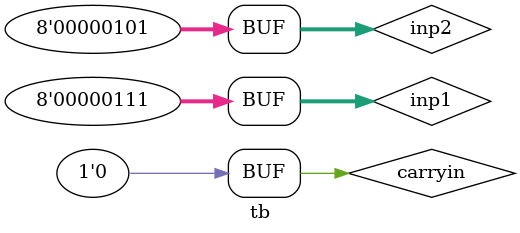
<source format=v>
module tb;
reg [7:0] inp1, inp2;
wire [7:0] sum;
reg carryin;
wire carryout;

initial
begin
	inp1 = 8 'b00000001;
	inp2 = 8 'b00010010;
	carryin = 0;
	//inp1=1,inp2=18 => 18+1
	
	#20;
	inp1 = 8 'b01001001;
	inp2 = 8 'b01010101;
	carryin = 1;
	//inp1=73,input2=85 => 73-85
	
	
	#20;
	inp1 = 8 'b00000111;
	inp2 = 8 'b00000101;
	carryin = 0;
	//inp1=7,inp2=5 => 7+5
	
end
/*
always
begin
	#10 inp1 = 1;
	#10 inp2 = 0;
	#10 inp1 = 10;
	 inp2 = 20;
	
end
*/

AddSub8bit add_sub_8b (inp1, inp2, sum, carryin, carryout);

endmodule
</source>
